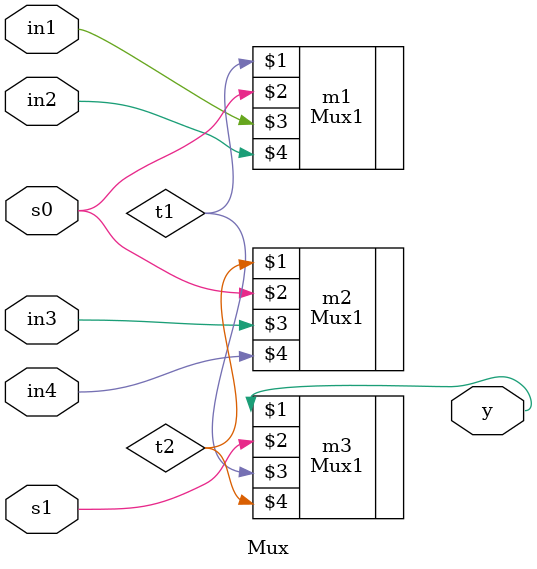
<source format=v>

module Mux(y,s1,s0,in1,in2,in3,in4);
input in1,in2,in3,in4,s1,s0;
output y;
wire t1,t2;
Mux1 m1(t1,s0,in1,in2);
Mux1 m2(t2,s0,in3,in4);
Mux1 m3(y,s1,t1,t2);
endmodule

</source>
